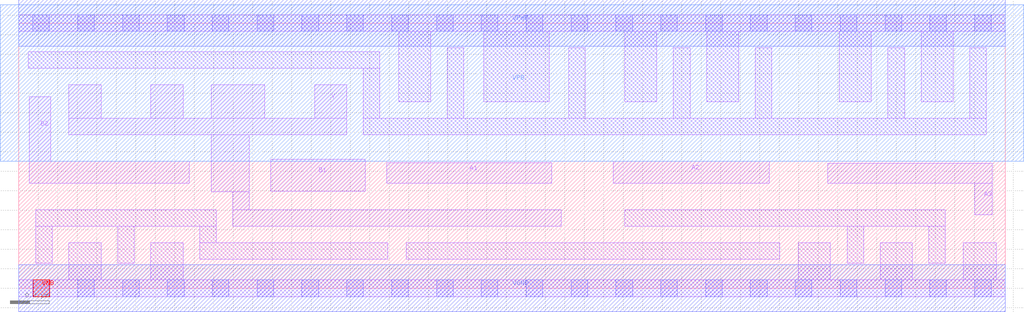
<source format=lef>
# Copyright 2020 The SkyWater PDK Authors
#
# Licensed under the Apache License, Version 2.0 (the "License");
# you may not use this file except in compliance with the License.
# You may obtain a copy of the License at
#
#     https://www.apache.org/licenses/LICENSE-2.0
#
# Unless required by applicable law or agreed to in writing, software
# distributed under the License is distributed on an "AS IS" BASIS,
# WITHOUT WARRANTIES OR CONDITIONS OF ANY KIND, either express or implied.
# See the License for the specific language governing permissions and
# limitations under the License.
#
# SPDX-License-Identifier: Apache-2.0

VERSION 5.7 ;
  NOWIREEXTENSIONATPIN ON ;
  DIVIDERCHAR "/" ;
  BUSBITCHARS "[]" ;
MACRO sky130_fd_sc_hd__a32oi_4
  CLASS CORE ;
  FOREIGN sky130_fd_sc_hd__a32oi_4 ;
  ORIGIN  0.000000  0.000000 ;
  SIZE  10.12000 BY  2.720000 ;
  SYMMETRY X Y R90 ;
  SITE unithd ;
  PIN A1
    ANTENNAGATEAREA  0.990000 ;
    DIRECTION INPUT ;
    USE SIGNAL ;
    PORT
      LAYER li1 ;
        RECT 3.775000 1.075000 5.465000 1.285000 ;
    END
  END A1
  PIN A2
    ANTENNAGATEAREA  0.990000 ;
    DIRECTION INPUT ;
    USE SIGNAL ;
    PORT
      LAYER li1 ;
        RECT 6.095000 1.075000 7.695000 1.300000 ;
    END
  END A2
  PIN A3
    ANTENNAGATEAREA  0.990000 ;
    DIRECTION INPUT ;
    USE SIGNAL ;
    PORT
      LAYER li1 ;
        RECT 8.295000 1.075000 9.985000 1.280000 ;
        RECT 9.805000 0.755000 9.985000 1.075000 ;
    END
  END A3
  PIN B1
    ANTENNAGATEAREA  0.990000 ;
    DIRECTION INPUT ;
    USE SIGNAL ;
    PORT
      LAYER li1 ;
        RECT 2.585000 0.995000 3.555000 1.325000 ;
    END
  END B1
  PIN B2
    ANTENNAGATEAREA  0.990000 ;
    DIRECTION INPUT ;
    USE SIGNAL ;
    PORT
      LAYER li1 ;
        RECT 0.110000 1.075000 1.750000 1.305000 ;
        RECT 0.110000 1.305000 0.330000 1.965000 ;
    END
  END B2
  PIN Y
    ANTENNADIFFAREA  1.782000 ;
    DIRECTION OUTPUT ;
    USE SIGNAL ;
    PORT
      LAYER li1 ;
        RECT 0.515000 1.575000 3.365000 1.745000 ;
        RECT 0.515000 1.745000 0.845000 2.085000 ;
        RECT 1.355000 1.745000 1.685000 2.085000 ;
        RECT 1.975000 0.990000 2.365000 1.575000 ;
        RECT 1.975000 1.745000 2.525000 2.085000 ;
        RECT 2.195000 0.635000 5.565000 0.805000 ;
        RECT 2.195000 0.805000 2.365000 0.990000 ;
        RECT 3.035000 1.745000 3.365000 2.085000 ;
    END
  END Y
  PIN VGND
    DIRECTION INOUT ;
    SHAPE ABUTMENT ;
    USE GROUND ;
    PORT
      LAYER met1 ;
        RECT 0.000000 -0.240000 10.120000 0.240000 ;
    END
  END VGND
  PIN VNB
    DIRECTION INOUT ;
    USE GROUND ;
    PORT
      LAYER pwell ;
        RECT 0.150000 -0.085000 0.320000 0.085000 ;
    END
  END VNB
  PIN VPB
    DIRECTION INOUT ;
    USE POWER ;
    PORT
      LAYER nwell ;
        RECT -0.190000 1.305000 10.310000 2.910000 ;
    END
  END VPB
  PIN VPWR
    DIRECTION INOUT ;
    SHAPE ABUTMENT ;
    USE POWER ;
    PORT
      LAYER met1 ;
        RECT 0.000000 2.480000 10.120000 2.960000 ;
    END
  END VPWR
  OBS
    LAYER li1 ;
      RECT 0.000000 -0.085000 10.120000 0.085000 ;
      RECT 0.000000  2.635000 10.120000 2.805000 ;
      RECT 0.095000  2.255000  3.705000 2.425000 ;
      RECT 0.175000  0.255000  0.345000 0.635000 ;
      RECT 0.175000  0.635000  2.025000 0.805000 ;
      RECT 0.515000  0.085000  0.845000 0.465000 ;
      RECT 1.015000  0.255000  1.185000 0.635000 ;
      RECT 1.355000  0.085000  1.685000 0.465000 ;
      RECT 1.855000  0.295000  3.785000 0.465000 ;
      RECT 1.855000  0.465000  2.025000 0.635000 ;
      RECT 3.535000  1.575000  9.925000 1.745000 ;
      RECT 3.535000  1.745000  3.705000 2.255000 ;
      RECT 3.895000  1.915000  4.225000 2.635000 ;
      RECT 3.975000  0.295000  7.805000 0.465000 ;
      RECT 4.395000  1.745000  4.565000 2.465000 ;
      RECT 4.770000  1.915000  5.440000 2.635000 ;
      RECT 5.640000  1.745000  5.810000 2.465000 ;
      RECT 6.215000  0.635000  9.505000 0.805000 ;
      RECT 6.215000  1.915000  6.545000 2.635000 ;
      RECT 6.715000  1.745000  6.885000 2.465000 ;
      RECT 7.055000  1.915000  7.385000 2.635000 ;
      RECT 7.555000  1.745000  7.725000 2.465000 ;
      RECT 7.995000  0.085000  8.325000 0.465000 ;
      RECT 8.415000  1.915000  8.745000 2.635000 ;
      RECT 8.495000  0.255000  8.665000 0.635000 ;
      RECT 8.835000  0.085000  9.165000 0.465000 ;
      RECT 8.915000  1.745000  9.085000 2.465000 ;
      RECT 9.255000  1.915000  9.585000 2.635000 ;
      RECT 9.335000  0.255000  9.505000 0.635000 ;
      RECT 9.685000  0.085000 10.025000 0.465000 ;
      RECT 9.755000  1.745000  9.925000 2.465000 ;
    LAYER mcon ;
      RECT 0.145000 -0.085000 0.315000 0.085000 ;
      RECT 0.145000  2.635000 0.315000 2.805000 ;
      RECT 0.605000 -0.085000 0.775000 0.085000 ;
      RECT 0.605000  2.635000 0.775000 2.805000 ;
      RECT 1.065000 -0.085000 1.235000 0.085000 ;
      RECT 1.065000  2.635000 1.235000 2.805000 ;
      RECT 1.525000 -0.085000 1.695000 0.085000 ;
      RECT 1.525000  2.635000 1.695000 2.805000 ;
      RECT 1.985000 -0.085000 2.155000 0.085000 ;
      RECT 1.985000  2.635000 2.155000 2.805000 ;
      RECT 2.445000 -0.085000 2.615000 0.085000 ;
      RECT 2.445000  2.635000 2.615000 2.805000 ;
      RECT 2.905000 -0.085000 3.075000 0.085000 ;
      RECT 2.905000  2.635000 3.075000 2.805000 ;
      RECT 3.365000 -0.085000 3.535000 0.085000 ;
      RECT 3.365000  2.635000 3.535000 2.805000 ;
      RECT 3.825000 -0.085000 3.995000 0.085000 ;
      RECT 3.825000  2.635000 3.995000 2.805000 ;
      RECT 4.285000 -0.085000 4.455000 0.085000 ;
      RECT 4.285000  2.635000 4.455000 2.805000 ;
      RECT 4.745000 -0.085000 4.915000 0.085000 ;
      RECT 4.745000  2.635000 4.915000 2.805000 ;
      RECT 5.205000 -0.085000 5.375000 0.085000 ;
      RECT 5.205000  2.635000 5.375000 2.805000 ;
      RECT 5.665000 -0.085000 5.835000 0.085000 ;
      RECT 5.665000  2.635000 5.835000 2.805000 ;
      RECT 6.125000 -0.085000 6.295000 0.085000 ;
      RECT 6.125000  2.635000 6.295000 2.805000 ;
      RECT 6.585000 -0.085000 6.755000 0.085000 ;
      RECT 6.585000  2.635000 6.755000 2.805000 ;
      RECT 7.045000 -0.085000 7.215000 0.085000 ;
      RECT 7.045000  2.635000 7.215000 2.805000 ;
      RECT 7.505000 -0.085000 7.675000 0.085000 ;
      RECT 7.505000  2.635000 7.675000 2.805000 ;
      RECT 7.965000 -0.085000 8.135000 0.085000 ;
      RECT 7.965000  2.635000 8.135000 2.805000 ;
      RECT 8.425000 -0.085000 8.595000 0.085000 ;
      RECT 8.425000  2.635000 8.595000 2.805000 ;
      RECT 8.885000 -0.085000 9.055000 0.085000 ;
      RECT 8.885000  2.635000 9.055000 2.805000 ;
      RECT 9.345000 -0.085000 9.515000 0.085000 ;
      RECT 9.345000  2.635000 9.515000 2.805000 ;
      RECT 9.805000 -0.085000 9.975000 0.085000 ;
      RECT 9.805000  2.635000 9.975000 2.805000 ;
  END
END sky130_fd_sc_hd__a32oi_4
END LIBRARY

</source>
